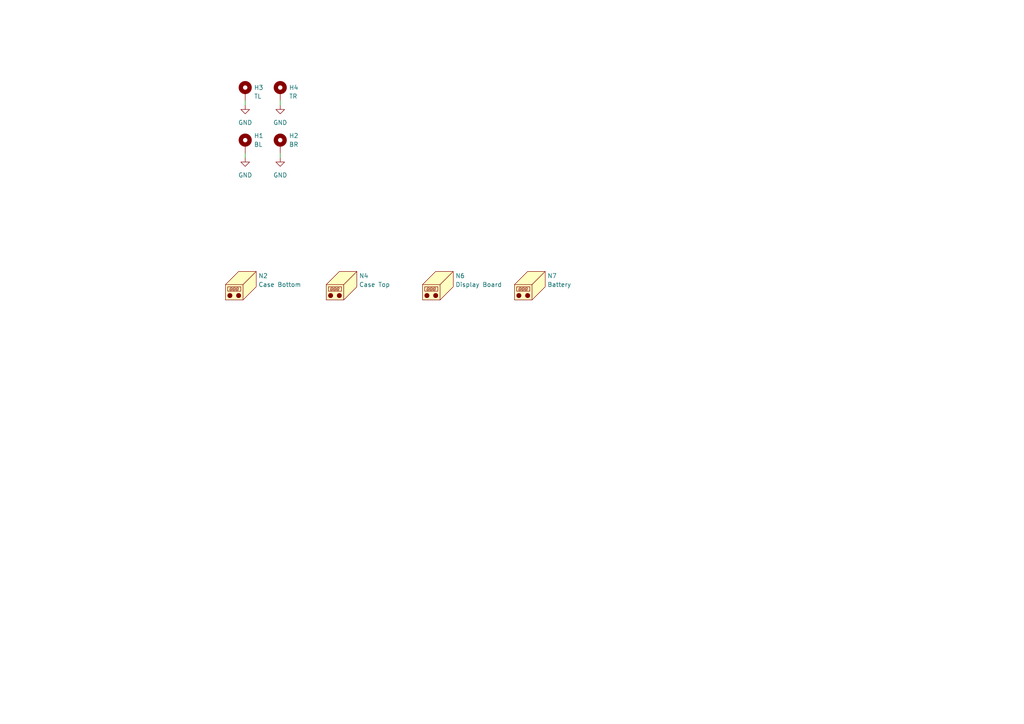
<source format=kicad_sch>
(kicad_sch (version 20211123) (generator eeschema)
  (paper "A4")
  (title_block (company "Frisius"))
  (lib_symbols
    (symbol "Mechanical:Housing" (pin_names (offset 1.016))
      (property "Reference" "N" (at 3.81 0 0))
      (property "Value" "Housing" (at 3.81 -1.905 0))
      (symbol "Housing_0_1"
        (rectangle (start -5.08 -0.635) (end -1.27 -1.905))
        (circle (center -4.445 -3.175) (radius 0.635) (fill (type outline)))
        (circle (center -1.905 -3.175) (radius 0.635) (fill (type outline)))
        (polyline (pts (xy -4.5212 -1.5748) (xy -4.4704 -1.3716)))
        (polyline (pts (xy -4.4196 -1.6764) (xy -4.064 -1.6764)))
        (polyline (pts (xy -4.4196 -1.2192) (xy -4.3688 -0.9652)))
        (polyline (pts (xy -4.318 -1.3208) (xy -4.0132 -1.3208)))
        (polyline (pts (xy -4.2164 -0.9144) (xy -3.9116 -0.9144)))
        (polyline (pts (xy -3.9116 -1.6256) (xy -3.8608 -1.3716)))
        (polyline (pts (xy -3.81 -1.2192) (xy -3.7592 -0.9652)))
        (polyline (pts (xy -3.6068 -1.5748) (xy -3.556 -1.3716)))
        (polyline (pts (xy -3.5052 -1.6764) (xy -3.1496 -1.6764)))
        (polyline (pts (xy -3.5052 -1.2192) (xy -3.4544 -0.9652)))
        (polyline (pts (xy -3.4036 -1.3208) (xy -3.0988 -1.3208)))
        (polyline (pts (xy -3.302 -0.9144) (xy -2.9972 -0.9144)))
        (polyline (pts (xy -2.9972 -1.6256) (xy -2.9464 -1.3716)))
        (polyline (pts (xy -2.8956 -1.2192) (xy -2.8448 -0.9652)))
        (polyline (pts (xy -2.6924 -1.5748) (xy -2.6416 -1.3716)))
        (polyline (pts (xy -2.5908 -1.6764) (xy -2.2352 -1.6764)))
        (polyline (pts (xy -2.5908 -1.2192) (xy -2.54 -0.9652)))
        (polyline (pts (xy -2.4892 -1.3208) (xy -2.1844 -1.3208)))
        (polyline (pts (xy -2.3876 -0.9144) (xy -2.0828 -0.9144)))
        (polyline (pts (xy -2.0828 -1.6256) (xy -2.032 -1.3716)))
        (polyline (pts (xy -1.9812 -1.2192) (xy -1.9304 -0.9652)))
        (polyline (pts (xy -0.635 0) (xy -0.635 -4.445)))
        (polyline (pts (xy -5.715 0) (xy -0.635 0) (xy 3.175 3.81)))
        (polyline (pts (xy -5.715 0) (xy -5.715 -4.445) (xy -0.635 -4.445) (xy 3.175 -0.635) (xy 3.175 3.81) (xy -1.905 3.81) (xy -5.715 0)) (fill (type background)))
      )
    )
    (symbol "Mechanical:MountingHole_Pad" (pin_numbers hide) (pin_names (offset 1.016) hide)
      (property "Reference" "H" (at 0 6.35 0))
      (property "Value" "MountingHole_Pad" (at 0 4.445 0))
      (symbol "MountingHole_Pad_0_1"
        (circle (center 0 1.27) (radius 1.27) (stroke (width 1.27)))
      )
      (symbol "MountingHole_Pad_1_1"
        (pin input line (at 0 -2.54 90) (length 2.54) (name "1") (number "1"))
      )
    )
    (symbol "power:GND" (power) (pin_names (offset 0))
      (property "Value" "GND" (at 0 -3.81 0))
      (symbol "GND_0_1"
        (polyline (pts (xy 0 0) (xy 0 -1.27) (xy 1.27 -1.27) (xy 0 -2.54) (xy -1.27 -1.27) (xy 0 -1.27)))
      )
      (symbol "GND_1_1"
        (pin power_in line (at 0 0 270) (length 0) hide (name "GND") (number "1"))
      )
    )
  )
  (wire (pts (xy 71.12 45.72) (xy 71.12 44.45)))
  (wire (pts (xy 81.28 45.72) (xy 81.28 44.45)))
  (wire (pts (xy 71.12 30.48) (xy 71.12 29.21)))
  (wire (pts (xy 81.28 30.48) (xy 81.28 29.21)))
  (symbol (lib_id "Mechanical:Housing") (at 128.27 82.55 0) (unit 1)
    (property "Reference" "N6" (at 132.08 80.01 0) (effects (justify left)))
    (property "Value" "Display Board" (at 132.08 82.55 0) (effects (justify left)))
    (property "Footprint" "Symbol:WEEE-Logo_4.2x6mm_SilkScreen" (effects hide))
  )
  (symbol (lib_id "power:GND") (at 81.28 45.72 0) (unit 1)
    (property "Reference" "#PWR0151" (effects hide))
    (property "Value" "GND" (at 81.28 50.8 0))
  )
  (symbol (lib_id "Mechanical:Housing") (at 71.12 82.55 0) (unit 1)
    (property "Reference" "N2" (at 74.93 80.01 0) (effects (justify left)))
    (property "Value" "Case Bottom" (at 74.93 82.55 0) (effects (justify left)))
  )
  (symbol (lib_id "Mechanical:MountingHole_Pad") (at 71.12 26.67 0) (unit 1)
    (property "Reference" "H3" (at 73.66 25.3999 0) (effects (justify left)))
    (property "Value" "TL" (at 73.66 27.9399 0) (effects (justify left)))
    (property "Footprint" "Mounting_Wuerth:Mounting_Wuerth_WA-SMSI-M1.6_H2mm_9774020633" (effects hide))
  )
  (symbol (lib_id "Mechanical:Housing") (at 154.94 82.55 0) (unit 1)
    (property "Reference" "N7" (at 158.75 80.01 0) (effects (justify left)))
    (property "Value" "Battery" (at 158.75 82.55 0) (effects (justify left)))
  )
  (symbol (lib_id "Mechanical:Housing") (at 100.33 82.55 0) (unit 1)
    (property "Reference" "N4" (at 104.14 80.01 0) (effects (justify left)))
    (property "Value" "Case Top" (at 104.14 82.55 0) (effects (justify left)))
  )
  (symbol (lib_id "Mechanical:MountingHole_Pad") (at 81.28 26.67 0) (unit 1)
    (property "Reference" "H4" (at 83.82 25.3999 0) (effects (justify left)))
    (property "Value" "TR" (at 83.82 27.9399 0) (effects (justify left)))
    (property "Footprint" "Mounting_Wuerth:Mounting_Wuerth_WA-SMSI-M1.6_H2mm_9774020633" (effects hide))
  )
  (symbol (lib_id "power:GND") (at 71.12 45.72 0) (unit 1)
    (property "Reference" "#PWR0152" (effects hide))
    (property "Value" "GND" (at 71.12 50.8 0))
  )
  (symbol (lib_id "Mechanical:MountingHole_Pad") (at 81.28 41.91 0) (unit 1)
    (property "Reference" "H2" (at 83.82 39.3699 0) (effects (justify left)))
    (property "Value" "BR" (at 83.82 41.9099 0) (effects (justify left)))
    (property "Footprint" "Mounting_Wuerth:Mounting_Wuerth_WA-SMSI-M1.6_H2mm_9774020633" (effects hide))
  )
  (symbol (lib_id "Mechanical:MountingHole_Pad") (at 71.12 41.91 0) (unit 1)
    (property "Reference" "H1" (at 73.66 39.3699 0) (effects (justify left)))
    (property "Value" "BL" (at 73.66 41.9099 0) (effects (justify left)))
    (property "Footprint" "Mounting_Wuerth:Mounting_Wuerth_WA-SMSI-M1.6_H2mm_9774020633" (effects hide))
  )
  (symbol (lib_id "power:GND") (at 81.28 30.48 0) (unit 1)
    (property "Reference" "#PWR0149" (effects hide))
    (property "Value" "GND" (at 81.28 35.56 0))
  )
  (symbol (lib_id "power:GND") (at 71.12 30.48 0) (unit 1)
    (property "Reference" "#PWR0150" (effects hide))
    (property "Value" "GND" (at 71.12 35.56 0))
  )
)
</source>
